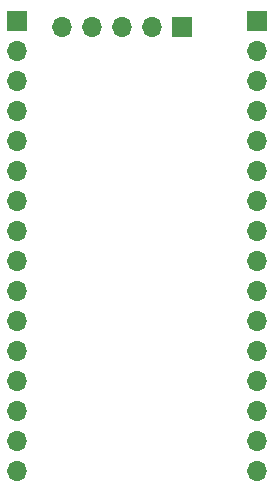
<source format=gbs>
%TF.GenerationSoftware,KiCad,Pcbnew,(5.1.10)-1*%
%TF.CreationDate,2021-10-10T23:46:45-04:00*%
%TF.ProjectId,STM_SimpleBreakout,53544d5f-5369-46d7-906c-65427265616b,rev?*%
%TF.SameCoordinates,Original*%
%TF.FileFunction,Soldermask,Bot*%
%TF.FilePolarity,Negative*%
%FSLAX46Y46*%
G04 Gerber Fmt 4.6, Leading zero omitted, Abs format (unit mm)*
G04 Created by KiCad (PCBNEW (5.1.10)-1) date 2021-10-10 23:46:45*
%MOMM*%
%LPD*%
G01*
G04 APERTURE LIST*
%ADD10O,1.700000X1.700000*%
%ADD11R,1.700000X1.700000*%
G04 APERTURE END LIST*
D10*
%TO.C,J2*%
X152400000Y-114300000D03*
X152400000Y-111760000D03*
X152400000Y-109220000D03*
X152400000Y-106680000D03*
X152400000Y-104140000D03*
X152400000Y-101600000D03*
X152400000Y-99060000D03*
X152400000Y-96520000D03*
X152400000Y-93980000D03*
X152400000Y-91440000D03*
X152400000Y-88900000D03*
X152400000Y-86360000D03*
X152400000Y-83820000D03*
X152400000Y-81280000D03*
X152400000Y-78740000D03*
D11*
X152400000Y-76200000D03*
%TD*%
D10*
%TO.C,J3*%
X172720000Y-114300000D03*
X172720000Y-111760000D03*
X172720000Y-109220000D03*
X172720000Y-106680000D03*
X172720000Y-104140000D03*
X172720000Y-101600000D03*
X172720000Y-99060000D03*
X172720000Y-96520000D03*
X172720000Y-93980000D03*
X172720000Y-91440000D03*
X172720000Y-88900000D03*
X172720000Y-86360000D03*
X172720000Y-83820000D03*
X172720000Y-81280000D03*
X172720000Y-78740000D03*
D11*
X172720000Y-76200000D03*
%TD*%
D10*
%TO.C,J1*%
X156210000Y-76708000D03*
X158750000Y-76708000D03*
X161290000Y-76708000D03*
X163830000Y-76708000D03*
D11*
X166370000Y-76708000D03*
%TD*%
M02*

</source>
